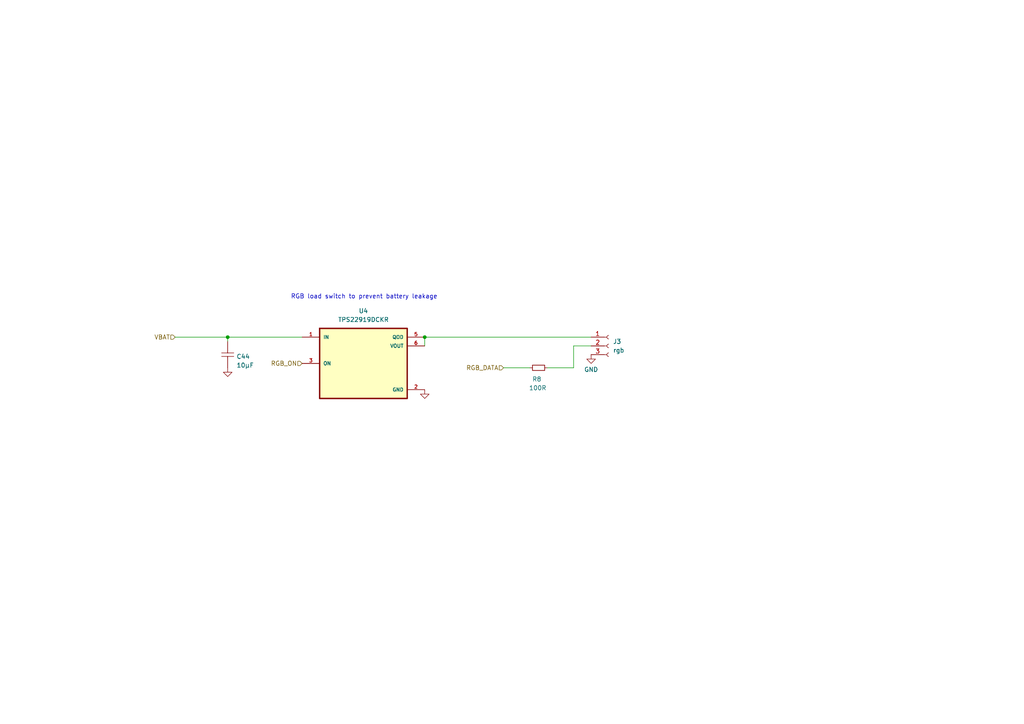
<source format=kicad_sch>
(kicad_sch (version 20250114) (generator "eeschema") (generator_version "9.0")
  (paper "A4")
  (lib_symbols
    (symbol "Connector:Conn_01x03_Socket" (pin_names (offset 1.016) (hide yes))
      (property "Reference" "J" (at 0 5.08 0))
      (property "Value" "Conn_01x03_Socket" (at 0 -5.08 0))
      (symbol "Conn_01x03_Socket_1_1"
        (polyline (pts (xy -1.27 2.54) (xy -0.508 2.54)) (stroke (width 0.1524)))
        (polyline (pts (xy -1.27 0) (xy -0.508 0)) (stroke (width 0.1524)))
        (polyline (pts (xy -1.27 -2.54) (xy -0.508 -2.54)) (stroke (width 0.1524)))
        (arc (start 0 2.032) (mid -0.5058 2.54) (end 0 3.048) (stroke (width 0.1524)))
        (arc (start 0 -0.508) (mid -0.5058 0) (end 0 0.508) (stroke (width 0.1524)))
        (arc (start 0 -3.048) (mid -0.5058 -2.54) (end 0 -2.032) (stroke (width 0.1524)))
        (pin passive line (at -5.08 2.54 0) (length 3.81) (name "Pin_1") (number "1"))
        (pin passive line (at -5.08 0 0) (length 3.81) (name "Pin_2") (number "2"))
        (pin passive line (at -5.08 -2.54 0) (length 3.81) (name "Pin_3") (number "3"))
      )
    )
    (symbol "Device:R_Small" (pin_numbers (hide yes)) (pin_names (offset 0.254) (hide yes))
      (property "Reference" "R" (at 0.762 0.508 0))
      (property "Value" "R_Small" (at 0.762 -1.016 0))
      (symbol "R_Small_0_1"
        (rectangle (start -0.762 1.778) (end 0.762 -1.778) (stroke (width 0.2032)))
      )
      (symbol "R_Small_1_1"
        (pin passive line (at 0 2.54 270) (length 0.762) (name "~") (number "1"))
        (pin passive line (at 0 -2.54 90) (length 0.762) (name "~") (number "2"))
      )
    )
    (symbol "TPS22919:TPS22919DCKR" (pin_names (offset 1.016))
      (property "Reference" "U" (at -12.7 11.16 0))
      (property "Value" "TPS22919DCKR" (at -12.7 -14.16 0))
      (symbol "TPS22919DCKR_0_0"
        (rectangle (start -12.7 -10.16) (end 12.7 10.16) (stroke (width 0.41)) (fill (type background)))
        (pin input line (at -17.78 7.62 0) (length 5.08) (name "IN") (number "1"))
        (pin bidirectional line (at -17.78 0 0) (length 5.08) (name "ON") (number "3"))
        (pin output line (at 17.78 7.62 180) (length 5.08) (name "QOD") (number "5"))
        (pin output line (at 17.78 5.08 180) (length 5.08) (name "VOUT") (number "6"))
        (pin power_in line (at 17.78 -7.62 180) (length 5.08) (name "GND") (number "2"))
      )
    )
    (symbol "power:GND" (power) (pin_numbers (hide yes)) (pin_names (offset 0) (hide yes))
      (property "Value" "GND" (at 0 -3.81 0))
      (symbol "GND_0_1"
        (polyline (pts (xy 0 0) (xy 0 -1.27) (xy 1.27 -1.27) (xy 0 -2.54) (xy -1.27 -1.27) (xy 0 -1.27)))
      )
      (symbol "GND_1_1"
        (pin power_in line (at 0 0 270) (length 0) (name "~") (number "1"))
      )
    )
    (symbol "root_1_CAP_Nordic Passive DB.DbLib_1" (pin_numbers (hide yes)) (pin_names (hide yes))
      (symbol "root_1_CAP_Nordic Passive DB.DbLib_1_1_0"
        (polyline (pts (xy 0 4.318) (xy 0 4.826)))
        (polyline (pts (xy 0 3.302) (xy 0 2.794)))
        (polyline (pts (xy 1.778 4.318) (xy -1.778 4.318)))
        (polyline (pts (xy 1.778 3.302) (xy -1.778 3.302)))
        (pin passive line (at 0 7.62 270) (length 3.302) (name "2") (number "2"))
        (pin passive line (at 0 0 90) (length 3.302) (name "1") (number "1"))
      )
    )
  )
  (text "RGB load switch to prevent battery leakage" (at 84.328 86.868 0) (effects (font (size 1.27 1.27)) (justify left bottom)))
  (junction (at 123.19 97.79))
  (junction (at 66.04 97.79))
  (wire (pts (xy 66.04 97.79) (xy 87.63 97.79)))
  (wire (pts (xy 66.04 97.79) (xy 66.04 99.06)))
  (wire (pts (xy 166.37 100.33) (xy 171.45 100.33)))
  (wire (pts (xy 50.8 97.79) (xy 66.04 97.79)))
  (wire (pts (xy 146.05 106.68) (xy 153.67 106.68)))
  (wire (pts (xy 158.75 106.68) (xy 166.37 106.68)))
  (wire (pts (xy 123.19 97.79) (xy 123.19 100.33)))
  (wire (pts (xy 166.37 106.68) (xy 166.37 100.33)))
  (wire (pts (xy 123.19 97.79) (xy 171.45 97.79)))
  (hierarchical_label "VBAT" (shape input) (at 50.8 97.79 180))
  (hierarchical_label "RGB_ON" (shape input) (at 87.63 105.41 180))
  (hierarchical_label "RGB_DATA" (shape input) (at 146.05 106.68 180))
  (symbol (lib_id "Device:R_Small") (at 156.21 106.68 90) (unit 1)
    (property "Reference" "R8" (at 155.702 109.982 90))
    (property "Value" "100R" (at 155.956 112.522 90))
    (property "Footprint" "Resistor_SMD:R_0201_0603Metric" (effects (hide yes)))
  )
  (symbol (lib_id "Connector:Conn_01x03_Socket") (at 176.53 100.33 0) (unit 1)
    (property "Reference" "J3" (at 177.8 99.0599 0) (effects (justify left)))
    (property "Value" "rgb" (at 177.8 101.5999 0) (effects (justify left)))
    (property "Footprint" "Connector_JST:JST_SH_SM03B-SRSS-TB_1x03-1MP_P1.00mm_Horizontal" (effects (hide yes)))
    (property "Description" "Generic connector, single row, 01x03, script generated" (effects (hide yes)))
  )
  (symbol (lib_id "power:GND") (at 66.04 106.68 0) (unit 1)
    (property "Reference" "#PWR0151" (effects (hide yes)))
    (property "Value" "GND" (effects (hide yes)))
  )
  (symbol (lib_id "TPS22919:TPS22919DCKR") (at 105.41 105.41 0) (unit 1)
    (property "Reference" "U4" (at 105.41 90.17 0))
    (property "Value" "TPS22919DCKR" (at 105.41 92.71 0))
    (property "Footprint" "TPS22919:SOT65P210X110-6N" (effects (hide yes)))
    (property "MF" "Texas Instruments" (effects (hide yes)))
    (property "Description_1" "5.5-V, 1.5-A, 90-mΩ load switch with adj. output discharge" (effects (hide yes)))
    (property "Package" "SOT-SC70-6 Texas Instruments" (effects (hide yes)))
    (property "Price" "None" (effects (hide yes)))
    (property "SnapEDA_Link" "https://www.snapeda.com/parts/TPS22919DCKR/Texas+Instruments/view-part/?ref=snap" (effects (hide yes)))
    (property "MP" "TPS22919DCKR" (effects (hide yes)))
    (property "Availability" "In Stock" (effects (hide yes)))
    (property "Check_prices" "https://www.snapeda.com/parts/TPS22919DCKR/Texas+Instruments/view-part/?ref=eda" (effects (hide yes)))
  )
  (symbol (lib_id "power:GND") (at 123.19 113.03 0) (unit 1)
    (property "Reference" "#PWR0155" (effects (hide yes)))
    (property "Value" "GND" (effects (hide yes)))
  )
  (symbol (lib_id "power:GND") (at 171.45 102.87 0) (unit 1)
    (property "Reference" "#PWR017" (effects (hide yes)))
    (property "Value" "GND" (at 171.45 107.188 0))
    (property "Description" "Power symbol creates a global label with name \"GND\" , ground" (effects (hide yes)))
  )
  (symbol (lib_name "root_1_CAP_Nordic Passive DB.DbLib_1") (lib_id "Nordic Passive DB:root_1_CAP_Nordic Passive DB.DbLib") (at 66.04 106.68 0) (unit 1)
    (property "Reference" "C44" (at 68.58 104.14 0) (effects (justify left bottom)))
    (property "Value" "10µF" (at 68.58 106.68 0) (effects (justify left bottom)))
    (property "Footprint" "Passive:CAPC1608X06L" (effects (hide yes)))
    (property "Description" "Capacitor, X7R, ±10%" (effects (hide yes)))
    (property "PART NUMBER" "C0603-1µ0" (effects (hide yes)))
    (property "LATESTREVISIONDATE" "2013-06-05" (effects (hide yes)))
    (property "PIN COUNT" "2" (effects (hide yes)))
    (property "PUBLISHER" "Nordic Semiconductor" (effects (hide yes)))
    (property "PUBLISHED" "2009-05-08" (effects (hide yes)))
    (property "ALTIUM_VALUE" "1.0µF" (effects (hide yes)))
    (property "FOOTPRINT DOC" "0603" (effects (hide yes)))
    (property "MANUFACTURER" "*" (effects (hide yes)))
    (property "MANUFACTURER PART NUMBER" "*" (effects (hide yes)))
  )
)
</source>
